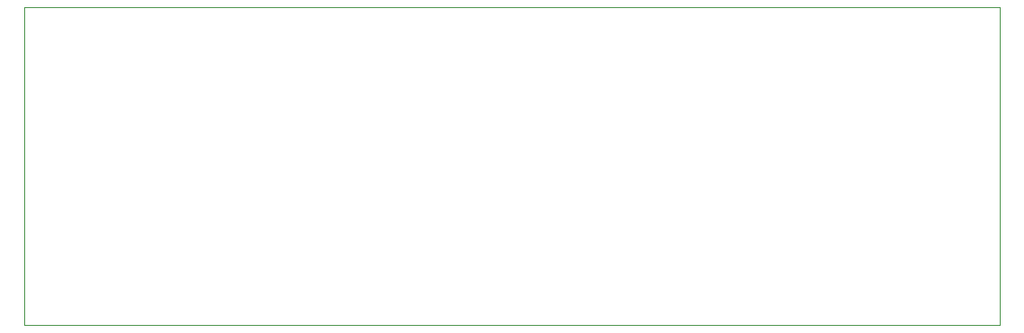
<source format=gbr>
%TF.GenerationSoftware,KiCad,Pcbnew,8.0.0*%
%TF.CreationDate,2024-11-21T20:10:56+00:00*%
%TF.ProjectId,display-board,64697370-6c61-4792-9d62-6f6172642e6b,rev?*%
%TF.SameCoordinates,Original*%
%TF.FileFunction,Profile,NP*%
%FSLAX46Y46*%
G04 Gerber Fmt 4.6, Leading zero omitted, Abs format (unit mm)*
G04 Created by KiCad (PCBNEW 8.0.0) date 2024-11-21 20:10:56*
%MOMM*%
%LPD*%
G01*
G04 APERTURE LIST*
%TA.AperFunction,Profile*%
%ADD10C,0.050000*%
%TD*%
G04 APERTURE END LIST*
D10*
X54000000Y-112500000D02*
X146000000Y-112500000D01*
X146000000Y-112500000D02*
X146000000Y-82500000D01*
X54000000Y-82500000D02*
X54000000Y-112500000D01*
X54000000Y-82500000D02*
X146000000Y-82500000D01*
M02*

</source>
